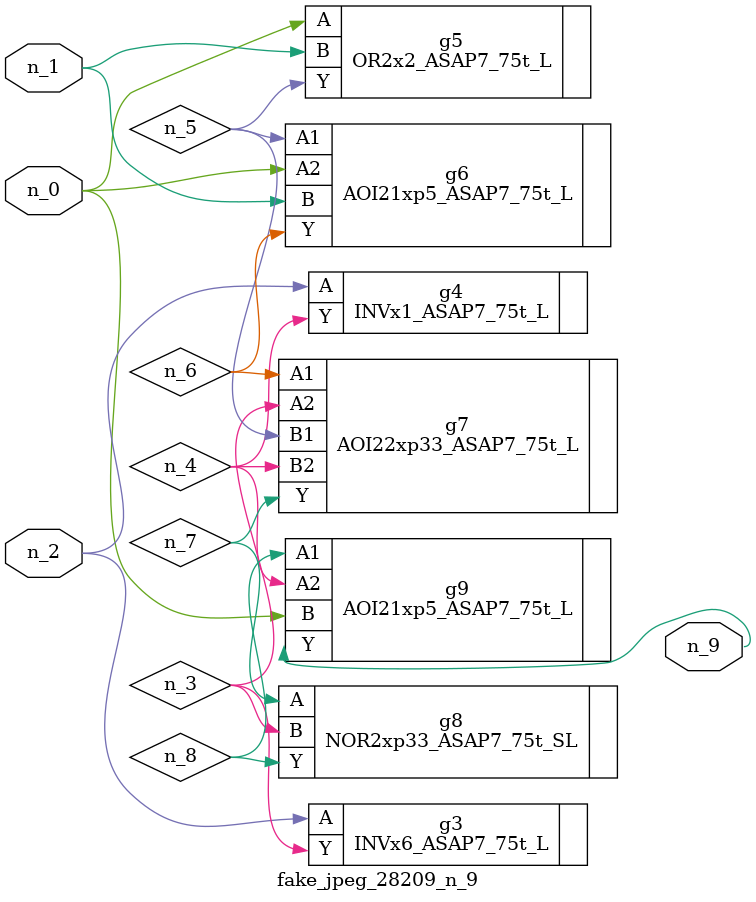
<source format=v>
module fake_jpeg_28209_n_9 (n_0, n_2, n_1, n_9);

input n_0;
input n_2;
input n_1;

output n_9;

wire n_3;
wire n_4;
wire n_8;
wire n_6;
wire n_5;
wire n_7;

INVx6_ASAP7_75t_L g3 ( 
.A(n_2),
.Y(n_3)
);

INVx1_ASAP7_75t_L g4 ( 
.A(n_2),
.Y(n_4)
);

OR2x2_ASAP7_75t_L g5 ( 
.A(n_0),
.B(n_1),
.Y(n_5)
);

AOI21xp5_ASAP7_75t_L g6 ( 
.A1(n_5),
.A2(n_0),
.B(n_1),
.Y(n_6)
);

AOI22xp33_ASAP7_75t_L g7 ( 
.A1(n_6),
.A2(n_3),
.B1(n_5),
.B2(n_4),
.Y(n_7)
);

NOR2xp33_ASAP7_75t_SL g8 ( 
.A(n_7),
.B(n_3),
.Y(n_8)
);

AOI21xp5_ASAP7_75t_L g9 ( 
.A1(n_8),
.A2(n_4),
.B(n_0),
.Y(n_9)
);


endmodule
</source>
